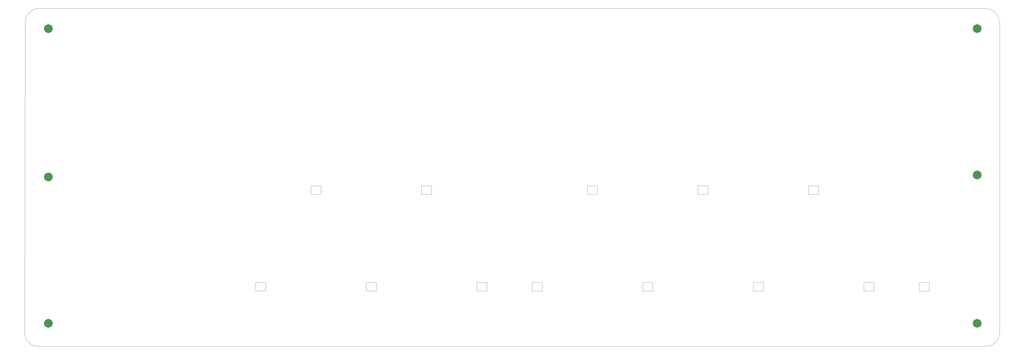
<source format=gm1>
G04 #@! TF.GenerationSoftware,KiCad,Pcbnew,8.0.3*
G04 #@! TF.CreationDate,2024-07-07T23:06:26-07:00*
G04 #@! TF.ProjectId,melokey,6d656c6f-6b65-4792-9e6b-696361645f70,rev?*
G04 #@! TF.SameCoordinates,Original*
G04 #@! TF.FileFunction,Profile,NP*
%FSLAX46Y46*%
G04 Gerber Fmt 4.6, Leading zero omitted, Abs format (unit mm)*
G04 Created by KiCad (PCBNEW 8.0.3) date 2024-07-07 23:06:26*
%MOMM*%
%LPD*%
G01*
G04 APERTURE LIST*
G04 #@! TA.AperFunction,Profile*
%ADD10C,0.050000*%
G04 #@! TD*
G04 #@! TA.AperFunction,Profile*
%ADD11C,1.525000*%
G04 #@! TD*
G04 #@! TA.AperFunction,Profile*
%ADD12C,0.010000*%
G04 #@! TD*
G04 APERTURE END LIST*
D10*
X61588750Y-249556250D02*
G75*
G02*
X56588750Y-244556250I0J5000000D01*
G01*
X387588750Y-132875000D02*
G75*
G02*
X392588800Y-137875000I50J-5000000D01*
G01*
X387588750Y-249556250D02*
X61588750Y-249556250D01*
D11*
X385595000Y-241556250D02*
G75*
G02*
X384070000Y-241556250I-762500J0D01*
G01*
X384070000Y-241556250D02*
G75*
G02*
X385595000Y-241556250I762500J0D01*
G01*
X65595000Y-191056250D02*
G75*
G02*
X64070000Y-191056250I-762500J0D01*
G01*
X64070000Y-191056250D02*
G75*
G02*
X65595000Y-191056250I762500J0D01*
G01*
D10*
X392588750Y-244556250D02*
G75*
G02*
X387588750Y-249556250I-4999950J-50D01*
G01*
X392588750Y-137875000D02*
X392588750Y-244556250D01*
X56588750Y-244556250D02*
X56832500Y-137875000D01*
X56832500Y-137875000D02*
G75*
G02*
X61832500Y-132875000I5000000J0D01*
G01*
D11*
X385595000Y-139875000D02*
G75*
G02*
X384070000Y-139875000I-762500J0D01*
G01*
X384070000Y-139875000D02*
G75*
G02*
X385595000Y-139875000I762500J0D01*
G01*
D10*
X61832500Y-132875000D02*
X387588750Y-132875000D01*
D11*
X385595000Y-190375000D02*
G75*
G02*
X384070000Y-190375000I-762500J0D01*
G01*
X384070000Y-190375000D02*
G75*
G02*
X385595000Y-190375000I762500J0D01*
G01*
X65595000Y-241556250D02*
G75*
G02*
X64070000Y-241556250I-762500J0D01*
G01*
X64070000Y-241556250D02*
G75*
G02*
X65595000Y-241556250I762500J0D01*
G01*
X65595000Y-139875000D02*
G75*
G02*
X64070000Y-139875000I-762500J0D01*
G01*
X64070000Y-139875000D02*
G75*
G02*
X65595000Y-139875000I762500J0D01*
G01*
D12*
G04 #@! TO.C,D25*
X364853750Y-227417500D02*
X368253750Y-227417500D01*
X364853750Y-230417500D02*
X364853750Y-227417500D01*
X368253750Y-227417500D02*
X368253750Y-230417500D01*
X368253750Y-230417500D02*
X364853750Y-230417500D01*
G04 #@! TO.C,D20*
X212453750Y-227417500D02*
X215853750Y-227417500D01*
X212453750Y-230417500D02*
X212453750Y-227417500D01*
X215853750Y-227417500D02*
X215853750Y-230417500D01*
X215853750Y-230417500D02*
X212453750Y-230417500D01*
G04 #@! TO.C,D29*
X288653750Y-194080000D02*
X292053750Y-194080000D01*
X288653750Y-197080000D02*
X288653750Y-194080000D01*
X292053750Y-194080000D02*
X292053750Y-197080000D01*
X292053750Y-197080000D02*
X288653750Y-197080000D01*
G04 #@! TO.C,D21*
X231503750Y-227417500D02*
X234903750Y-227417500D01*
X231503750Y-230417500D02*
X231503750Y-227417500D01*
X234903750Y-227417500D02*
X234903750Y-230417500D01*
X234903750Y-230417500D02*
X231503750Y-230417500D01*
G04 #@! TO.C,D30*
X326753750Y-194080000D02*
X330153750Y-194080000D01*
X326753750Y-197080000D02*
X326753750Y-194080000D01*
X330153750Y-194080000D02*
X330153750Y-197080000D01*
X330153750Y-197080000D02*
X326753750Y-197080000D01*
G04 #@! TO.C,D23*
X307703750Y-227417500D02*
X311103750Y-227417500D01*
X307703750Y-230417500D02*
X307703750Y-227417500D01*
X311103750Y-227417500D02*
X311103750Y-230417500D01*
X311103750Y-230417500D02*
X307703750Y-230417500D01*
G04 #@! TO.C,D28*
X250553750Y-194080000D02*
X253953750Y-194080000D01*
X250553750Y-197080000D02*
X250553750Y-194080000D01*
X253953750Y-194080000D02*
X253953750Y-197080000D01*
X253953750Y-197080000D02*
X250553750Y-197080000D01*
G04 #@! TO.C,D19*
X174353750Y-227417500D02*
X177753750Y-227417500D01*
X174353750Y-230417500D02*
X174353750Y-227417500D01*
X177753750Y-227417500D02*
X177753750Y-230417500D01*
X177753750Y-230417500D02*
X174353750Y-230417500D01*
G04 #@! TO.C,D26*
X155303750Y-194080000D02*
X158703750Y-194080000D01*
X155303750Y-197080000D02*
X155303750Y-194080000D01*
X158703750Y-194080000D02*
X158703750Y-197080000D01*
X158703750Y-197080000D02*
X155303750Y-197080000D01*
G04 #@! TO.C,D27*
X193403750Y-194080000D02*
X196803750Y-194080000D01*
X193403750Y-197080000D02*
X193403750Y-194080000D01*
X196803750Y-194080000D02*
X196803750Y-197080000D01*
X196803750Y-197080000D02*
X193403750Y-197080000D01*
G04 #@! TO.C,D22*
X269603750Y-227417500D02*
X273003750Y-227417500D01*
X269603750Y-230417500D02*
X269603750Y-227417500D01*
X273003750Y-227417500D02*
X273003750Y-230417500D01*
X273003750Y-230417500D02*
X269603750Y-230417500D01*
G04 #@! TO.C,D18*
X136253750Y-227417500D02*
X139653750Y-227417500D01*
X136253750Y-230417500D02*
X136253750Y-227417500D01*
X139653750Y-227417500D02*
X139653750Y-230417500D01*
X139653750Y-230417500D02*
X136253750Y-230417500D01*
G04 #@! TO.C,D24*
X345803750Y-227417500D02*
X349203750Y-227417500D01*
X345803750Y-230417500D02*
X345803750Y-227417500D01*
X349203750Y-227417500D02*
X349203750Y-230417500D01*
X349203750Y-230417500D02*
X345803750Y-230417500D01*
G04 #@! TD*
M02*

</source>
